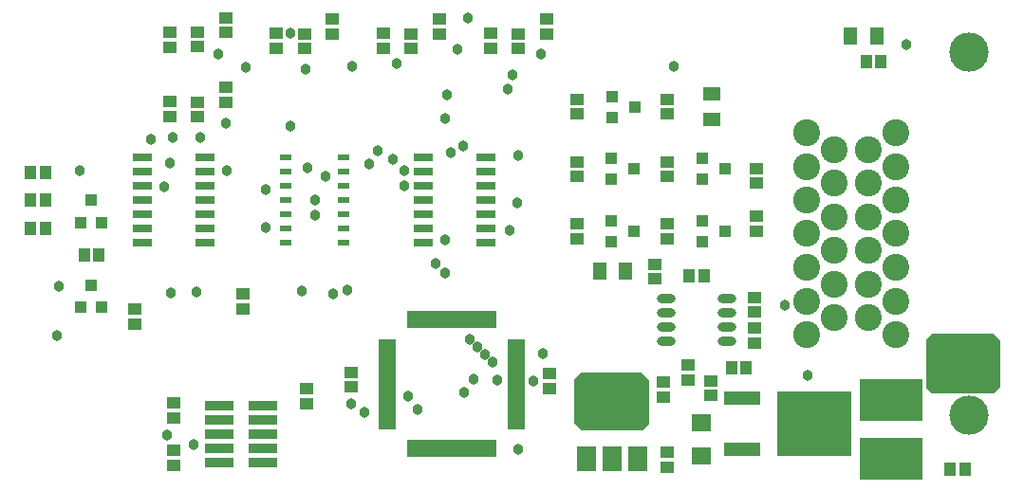
<source format=gts>
%FSLAX23Y23*%
%MOIN*%
%SFA1B1*%

%IPPOS*%
%ADD36R,0.043430X0.047370*%
%ADD37R,0.047370X0.043430*%
%ADD38R,0.059180X0.051310*%
%ADD39R,0.051310X0.059180*%
%ADD40R,0.065090X0.061150*%
%ADD41R,0.222570X0.145800*%
%ADD42R,0.043430X0.039500*%
%ADD43R,0.039500X0.043430*%
%ADD44R,0.259970X0.226500*%
%ADD45R,0.126110X0.047370*%
%ADD46R,0.045400X0.041470*%
%ADD47R,0.041470X0.045400*%
%ADD48R,0.043000X0.024540*%
%ADD49R,0.065090X0.031620*%
%ADD50O,0.065090X0.031620*%
%ADD51R,0.019810X0.061150*%
%ADD52R,0.061150X0.019810*%
%ADD53R,0.157610X0.086740*%
%ADD54R,0.067060X0.086740*%
%ADD55R,0.102490X0.037920*%
%ADD56C,0.137920*%
%ADD57C,0.094610*%
%ADD58C,0.038000*%
%LNpedalboxrev2-1*%
%LPD*%
G36*
X2736Y361D02*
Y206D01*
X2712Y183*
X2499*
X2472Y209*
Y363*
X2497Y387*
X2709*
X2736Y361*
G37*
G36*
X3967Y500D02*
Y333D01*
X3945Y312*
X3727*
X3707Y331*
Y503*
X3728Y524*
X3942*
X3967Y500*
G37*
G54D36*
X562Y1090D03*
X615D03*
X3076Y404D03*
X3023D03*
X3790Y46D03*
X3843D03*
G54D37*
X2871Y412D03*
Y359D03*
X1687Y335D03*
Y388D03*
X1066Y280D03*
Y227D03*
X2386Y329D03*
Y382D03*
X1051Y1339D03*
Y1286D03*
X2177Y1579D03*
Y1526D03*
X1425Y1579D03*
Y1526D03*
X1051Y1584D03*
Y1531D03*
X1800Y1579D03*
Y1526D03*
X2799Y106D03*
Y53D03*
X2784Y354D03*
Y301D03*
X1307Y611D03*
Y664D03*
G54D38*
X2956Y1275D03*
Y1366D03*
G54D39*
X2651Y744D03*
X2561D03*
X3442Y1570D03*
X3533D03*
G54D40*
X2917Y210D03*
Y94D03*
G54D41*
X3584Y291D03*
Y84D03*
G54D42*
X2606Y1358D03*
Y1283D03*
X2685Y1320D03*
X2921Y921D03*
Y846D03*
X3000Y883D03*
X2921Y1140D03*
Y1065D03*
X3000Y1103D03*
X2602Y921D03*
Y846D03*
X2681Y883D03*
X2602Y1140D03*
Y1065D03*
X2681Y1103D03*
G54D43*
X738Y615D03*
X812D03*
X775Y693D03*
X738Y913D03*
X812D03*
X775Y992D03*
G54D44*
X3316Y206D03*
G54D45*
X3062Y115D03*
Y296D03*
G54D46*
X2799Y909D03*
Y858D03*
Y1128D03*
Y1077D03*
X2480Y909D03*
Y858D03*
Y1128D03*
Y1077D03*
X3110Y935D03*
Y883D03*
Y1052D03*
Y1103D03*
X929Y610D03*
Y558D03*
X3105Y543D03*
Y491D03*
Y600D03*
Y651D03*
X1531Y329D03*
Y278D03*
X1066Y112D03*
Y61D03*
X2798Y1295D03*
Y1346D03*
X2480Y1295D03*
Y1346D03*
X2756Y767D03*
Y716D03*
X2951Y305D03*
Y356D03*
X1248Y1338D03*
Y1389D03*
X2373Y1578D03*
Y1629D03*
X1149Y1287D03*
Y1338D03*
X2275Y1527D03*
Y1578D03*
X1622D03*
Y1629D03*
X1523Y1527D03*
Y1578D03*
X1248Y1583D03*
Y1634D03*
X1997Y1578D03*
Y1629D03*
X1149Y1532D03*
Y1583D03*
X1899Y1527D03*
Y1578D03*
G54D47*
X614Y893D03*
X562D03*
Y992D03*
X614D03*
X750Y799D03*
X801D03*
X2875Y728D03*
X2927D03*
X3498Y1480D03*
X3549D03*
G54D48*
X1662Y843D03*
Y893D03*
Y943D03*
Y993D03*
Y1043D03*
Y1093D03*
Y1143D03*
X1457Y843D03*
Y893D03*
Y943D03*
Y993D03*
Y1043D03*
Y1093D03*
Y1143D03*
G54D49*
X1175Y843D03*
Y893D03*
Y943D03*
Y993D03*
Y1043D03*
Y1093D03*
Y1143D03*
X954Y843D03*
Y893D03*
Y943D03*
Y993D03*
Y1043D03*
Y1093D03*
Y1143D03*
X2161Y843D03*
Y893D03*
Y943D03*
Y993D03*
Y1043D03*
Y1093D03*
Y1143D03*
X1940Y843D03*
Y893D03*
Y943D03*
Y993D03*
Y1043D03*
Y1093D03*
Y1143D03*
G54D50*
X2795Y647D03*
Y597D03*
Y547D03*
Y497D03*
X3009Y647D03*
Y497D03*
Y597D03*
Y547D03*
G54D51*
X2188Y120D03*
X2169D03*
X2149D03*
X2129D03*
X2110D03*
X2090D03*
X2070D03*
X2051D03*
X2031D03*
X2011D03*
X1992D03*
X1972D03*
X1952D03*
X1933D03*
X1913D03*
X1893D03*
Y572D03*
X1913D03*
X1933D03*
X1952D03*
X1972D03*
X1992D03*
X2011D03*
X2031D03*
X2051D03*
X2070D03*
X2090D03*
X2110D03*
X2129D03*
X2149D03*
X2169D03*
X2188D03*
G54D52*
X1814Y198D03*
Y218D03*
Y238D03*
Y257D03*
Y277D03*
Y297D03*
Y316D03*
Y336D03*
Y356D03*
Y375D03*
Y395D03*
Y415D03*
Y435D03*
Y454D03*
Y474D03*
Y494D03*
X2267D03*
Y474D03*
Y454D03*
Y435D03*
Y415D03*
Y395D03*
Y375D03*
Y356D03*
Y336D03*
Y316D03*
Y297D03*
Y277D03*
Y257D03*
Y238D03*
Y218D03*
Y198D03*
G54D53*
X2604Y330D03*
G54D54*
X2694Y82D03*
X2604D03*
X2513D03*
G54D55*
X1224Y270D03*
X1377D03*
X1224Y220D03*
X1377D03*
X1224Y170D03*
X1377D03*
X1224Y120D03*
X1377D03*
X1224Y70D03*
X1377D03*
G54D56*
X3858Y235D03*
Y1514D03*
G54D57*
X3287Y1229D03*
Y1111D03*
Y993D03*
Y875D03*
Y756D03*
Y638D03*
Y520D03*
X3385Y1170D03*
Y1052D03*
Y934D03*
Y815D03*
Y697D03*
Y579D03*
X3503Y1170D03*
Y1052D03*
Y934D03*
Y815D03*
Y697D03*
Y579D03*
X3602Y1229D03*
Y1111D03*
Y993D03*
Y875D03*
Y756D03*
Y638D03*
Y520D03*
G54D58*
X1920Y257D03*
X1887Y302D03*
X1673Y678D03*
X1735Y245D03*
X1687Y277D03*
X1984Y771D03*
X1625Y664D03*
X1040Y168D03*
X1133Y133D03*
X1691Y1464D03*
X1834Y1136D03*
X2026Y1362D03*
X983Y1208D03*
X2273Y1149D03*
X1849Y1472D03*
X1247Y1263D03*
X1527Y1452D03*
X1476Y1254D03*
X736Y1096D03*
X661Y689D03*
X2354Y1507D03*
X2822Y1462D03*
X3638Y1539D03*
X1476Y1579D03*
X1221Y1507D03*
X1158Y1212D03*
X1061Y1213D03*
X653Y515D03*
X1145Y669D03*
X1514Y674D03*
X2275Y118D03*
X2200Y359D03*
X2327Y356D03*
X2118Y362D03*
X1318Y1460D03*
X1031Y1039D03*
X1251Y1095D03*
X1051Y1122D03*
X1055Y665D03*
X1389Y898D03*
X1388Y1029D03*
X2271Y983D03*
X2243Y886D03*
X1780Y1167D03*
X1752Y1119D03*
X1562Y941D03*
Y992D03*
X1533Y1107D03*
X1599Y1076D03*
X2018Y738D03*
X1875Y1042D03*
Y1095D03*
X2254Y1434D03*
X2238Y1384D03*
X2019Y854D03*
X2098Y1632D03*
X2062Y1523D03*
X2039Y1161D03*
X2082Y1184D03*
X2019Y1281D03*
X2360Y454D03*
X2185Y422D03*
X2159Y449D03*
X2132Y476D03*
X2105Y502D03*
X2085Y317D03*
X3212Y624D03*
X3291Y376D03*
X3940Y482D03*
X3921Y442D03*
X3940Y403D03*
X3921Y364D03*
X3901Y482D03*
X3881Y442D03*
X3901Y403D03*
X3881Y364D03*
X3862Y482D03*
X3842Y442D03*
X3862Y403D03*
X3842Y364D03*
X3822Y482D03*
X3803Y442D03*
X3822Y403D03*
X3803Y364D03*
X3783Y482D03*
X3763Y442D03*
X3783Y403D03*
X3763Y364D03*
X3744Y482D03*
X3724Y442D03*
X3744Y403D03*
X3724Y364D03*
M02*
</source>
